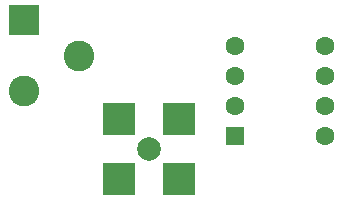
<source format=gbr>
%TF.GenerationSoftware,KiCad,Pcbnew,9.0.0*%
%TF.CreationDate,2025-04-13T17:51:54-07:00*%
%TF.ProjectId,compact_photodiode_v2,636f6d70-6163-4745-9f70-686f746f6469,rev?*%
%TF.SameCoordinates,Original*%
%TF.FileFunction,Soldermask,Bot*%
%TF.FilePolarity,Negative*%
%FSLAX46Y46*%
G04 Gerber Fmt 4.6, Leading zero omitted, Abs format (unit mm)*
G04 Created by KiCad (PCBNEW 9.0.0) date 2025-04-13 17:51:54*
%MOMM*%
%LPD*%
G01*
G04 APERTURE LIST*
%ADD10R,2.700000X2.700000*%
%ADD11C,2.000000*%
%ADD12R,2.600000X2.600000*%
%ADD13C,2.600000*%
%ADD14R,1.600000X1.600000*%
%ADD15C,1.600000*%
G04 APERTURE END LIST*
D10*
%TO.C,U2*%
X150600000Y-125280000D03*
X150600000Y-120200000D03*
X145520000Y-125280000D03*
X145520000Y-120200000D03*
D11*
X148060000Y-122740000D03*
%TD*%
D12*
%TO.C,BT1*%
X137450000Y-111800000D03*
D13*
X137450000Y-117800000D03*
X142150000Y-114800000D03*
%TD*%
D14*
%TO.C,U1*%
X155390000Y-121600000D03*
D15*
X155390000Y-119060000D03*
X155390000Y-116520000D03*
X155390000Y-113980000D03*
X163010000Y-113980000D03*
X163010000Y-116520000D03*
X163010000Y-119060000D03*
X163010000Y-121600000D03*
%TD*%
M02*

</source>
